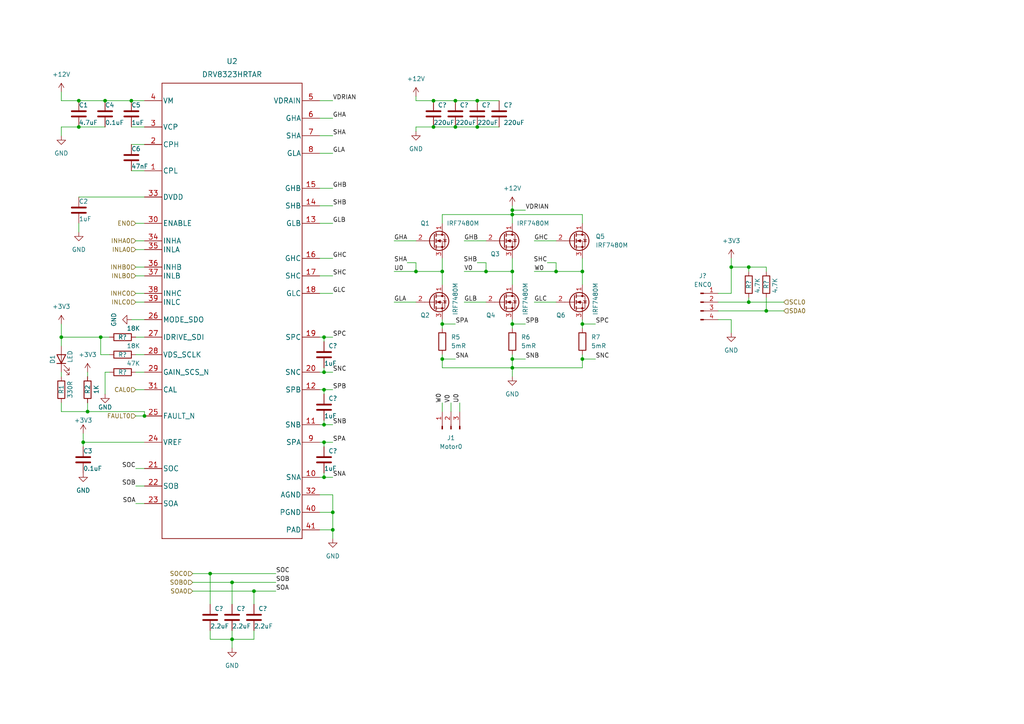
<source format=kicad_sch>
(kicad_sch (version 20211123) (generator eeschema)
  (paper "A4")
  (lib_symbols
    (symbol "Connector:Conn_01x03_Male" (pin_names (offset 1.016) hide)
      (property "Reference" "J" (at 0 5.08 0))
      (property "Value" "Conn_01x03_Male" (at 0 -5.08 0))
      (symbol "Conn_01x03_Male_1_1"
        (polyline (pts (xy 1.27 -2.54) (xy 0.8636 -2.54)) (stroke (width 0.1524)))
        (polyline (pts (xy 1.27 0) (xy 0.8636 0)) (stroke (width 0.1524)))
        (polyline (pts (xy 1.27 2.54) (xy 0.8636 2.54)) (stroke (width 0.1524)))
        (rectangle (start 0.8636 -2.413) (end 0 -2.667) (stroke (width 0.1524)) (fill (type outline)))
        (rectangle (start 0.8636 0.127) (end 0 -0.127) (stroke (width 0.1524)) (fill (type outline)))
        (rectangle (start 0.8636 2.667) (end 0 2.413) (stroke (width 0.1524)) (fill (type outline)))
        (pin passive line (at 5.08 2.54 180) (length 3.81) (name "Pin_1") (number "1"))
        (pin passive line (at 5.08 0 180) (length 3.81) (name "Pin_2") (number "2"))
        (pin passive line (at 5.08 -2.54 180) (length 3.81) (name "Pin_3") (number "3"))
      )
    )
    (symbol "Connector:Conn_01x04_Male" (pin_names (offset 1.016) hide)
      (property "Reference" "J" (at 0 5.08 0))
      (property "Value" "Conn_01x04_Male" (at 0 -7.62 0))
      (symbol "Conn_01x04_Male_1_1"
        (polyline (pts (xy 1.27 -5.08) (xy 0.8636 -5.08)) (stroke (width 0.1524)))
        (polyline (pts (xy 1.27 -2.54) (xy 0.8636 -2.54)) (stroke (width 0.1524)))
        (polyline (pts (xy 1.27 0) (xy 0.8636 0)) (stroke (width 0.1524)))
        (polyline (pts (xy 1.27 2.54) (xy 0.8636 2.54)) (stroke (width 0.1524)))
        (rectangle (start 0.8636 -4.953) (end 0 -5.207) (stroke (width 0.1524)) (fill (type outline)))
        (rectangle (start 0.8636 -2.413) (end 0 -2.667) (stroke (width 0.1524)) (fill (type outline)))
        (rectangle (start 0.8636 0.127) (end 0 -0.127) (stroke (width 0.1524)) (fill (type outline)))
        (rectangle (start 0.8636 2.667) (end 0 2.413) (stroke (width 0.1524)) (fill (type outline)))
        (pin passive line (at 5.08 2.54 180) (length 3.81) (name "Pin_1") (number "1"))
        (pin passive line (at 5.08 0 180) (length 3.81) (name "Pin_2") (number "2"))
        (pin passive line (at 5.08 -2.54 180) (length 3.81) (name "Pin_3") (number "3"))
        (pin passive line (at 5.08 -5.08 180) (length 3.81) (name "Pin_4") (number "4"))
      )
    )
    (symbol "Device:C" (pin_numbers hide) (pin_names (offset 0.254))
      (property "Reference" "C" (at 0.635 2.54 0))
      (property "Value" "C" (at 0.635 -2.54 0))
      (symbol "C_0_1"
        (polyline (pts (xy -2.032 -0.762) (xy 2.032 -0.762)) (stroke (width 0.508)))
        (polyline (pts (xy -2.032 0.762) (xy 2.032 0.762)) (stroke (width 0.508)))
      )
      (symbol "C_1_1"
        (pin passive line (at 0 3.81 270) (length 2.794) (name "~") (number "1"))
        (pin passive line (at 0 -3.81 90) (length 2.794) (name "~") (number "2"))
      )
    )
    (symbol "Device:LED" (pin_numbers hide) (pin_names (offset 1.016) hide)
      (property "Reference" "D" (at 0 2.54 0))
      (property "Value" "LED" (at 0 -2.54 0))
      (symbol "LED_0_1"
        (polyline (pts (xy -1.27 -1.27) (xy -1.27 1.27)) (stroke (width 0.254)))
        (polyline (pts (xy -1.27 0) (xy 1.27 0)))
        (polyline (pts (xy 1.27 -1.27) (xy 1.27 1.27) (xy -1.27 0) (xy 1.27 -1.27)) (stroke (width 0.254)))
        (polyline (pts (xy -3.048 -0.762) (xy -4.572 -2.286) (xy -3.81 -2.286) (xy -4.572 -2.286) (xy -4.572 -1.524)))
        (polyline (pts (xy -1.778 -0.762) (xy -3.302 -2.286) (xy -2.54 -2.286) (xy -3.302 -2.286) (xy -3.302 -1.524)))
      )
      (symbol "LED_1_1"
        (pin passive line (at -3.81 0 0) (length 2.54) (name "K") (number "1"))
        (pin passive line (at 3.81 0 180) (length 2.54) (name "A") (number "2"))
      )
    )
    (symbol "Device:R" (pin_numbers hide) (pin_names (offset 0))
      (property "Reference" "R" (at 2.032 0 90))
      (property "Value" "R" (at 0 0 90))
      (symbol "R_0_1"
        (rectangle (start -1.016 -2.54) (end 1.016 2.54) (stroke (width 0.254)))
      )
      (symbol "R_1_1"
        (pin passive line (at 0 3.81 270) (length 1.27) (name "~") (number "1"))
        (pin passive line (at 0 -3.81 90) (length 1.27) (name "~") (number "2"))
      )
    )
    (symbol "Transistor_FET:IRF7480M" (pin_names hide)
      (property "Reference" "Q" (at 5.08 1.905 0))
      (property "Value" "IRF7480M" (at 5.08 0 0))
      (symbol "IRF7480M_0_1"
        (polyline (pts (xy 0.254 0) (xy -2.54 0)))
        (polyline (pts (xy 0.254 1.905) (xy 0.254 -1.905)) (stroke (width 0.254)))
        (polyline (pts (xy 0.762 -1.27) (xy 0.762 -2.286)) (stroke (width 0.254)))
        (polyline (pts (xy 0.762 0.508) (xy 0.762 -0.508)) (stroke (width 0.254)))
        (polyline (pts (xy 0.762 2.286) (xy 0.762 1.27)) (stroke (width 0.254)))
        (polyline (pts (xy 2.54 2.54) (xy 2.54 1.778)))
        (polyline (pts (xy 2.54 -2.54) (xy 2.54 0) (xy 0.762 0)))
        (polyline (pts (xy 0.762 -1.778) (xy 3.302 -1.778) (xy 3.302 1.778) (xy 0.762 1.778)))
        (polyline (pts (xy 1.016 0) (xy 2.032 0.381) (xy 2.032 -0.381) (xy 1.016 0)) (fill (type outline)))
        (polyline (pts (xy 2.794 0.508) (xy 2.921 0.381) (xy 3.683 0.381) (xy 3.81 0.254)))
        (polyline (pts (xy 3.302 0.381) (xy 2.921 -0.254) (xy 3.683 -0.254) (xy 3.302 0.381)))
        (circle (center 1.651 0) (radius 2.794) (stroke (width 0.254)))
        (circle (center 2.54 -1.778) (radius 0.254) (fill (type outline)))
        (circle (center 2.54 1.778) (radius 0.254) (fill (type outline)))
      )
      (symbol "IRF7480M_1_1"
        (pin passive line (at 2.54 5.08 270) (length 2.54) (name "D") (number "1"))
        (pin input line (at -5.08 0 0) (length 2.54) (name "G") (number "2"))
        (pin passive line (at 2.54 -5.08 90) (length 2.54) (name "S") (number "3"))
      )
    )
    (symbol "UserLIB:DRV8323HRTAR" (pin_names (offset 0.254))
      (property "Reference" "U" (at 0 2.54 0))
      (property "Value" "DRV8323HRTAR" (at 0 0 0))
      (symbol "DRV8323HRTAR_1_1"
        (polyline (pts (xy -20.32 -66.04) (xy 20.32 -66.04)) (stroke (width 0.2032)))
        (polyline (pts (xy -20.32 66.04) (xy -20.32 -66.04)) (stroke (width 0.2032)))
        (polyline (pts (xy 20.32 -66.04) (xy 20.32 66.04)) (stroke (width 0.2032)))
        (polyline (pts (xy 20.32 66.04) (xy -20.32 66.04)) (stroke (width 0.2032)))
        (pin unspecified line (at -25.4 40.64 0) (length 5.08) (name "CPL") (number "1"))
        (pin input line (at 25.4 -48.26 180) (length 5.08) (name "SNA") (number "10"))
        (pin input line (at 25.4 -33.02 180) (length 5.08) (name "SNB") (number "11"))
        (pin input line (at 25.4 -22.86 180) (length 5.08) (name "SPB") (number "12"))
        (pin output line (at 25.4 25.4 180) (length 5.08) (name "GLB") (number "13"))
        (pin input line (at 25.4 30.48 180) (length 5.08) (name "SHB") (number "14"))
        (pin output line (at 25.4 35.56 180) (length 5.08) (name "GHB") (number "15"))
        (pin output line (at 25.4 15.24 180) (length 5.08) (name "GHC") (number "16"))
        (pin input line (at 25.4 10.16 180) (length 5.08) (name "SHC") (number "17"))
        (pin output line (at 25.4 5.08 180) (length 5.08) (name "GLC") (number "18"))
        (pin input line (at 25.4 -7.62 180) (length 5.08) (name "SPC") (number "19"))
        (pin unspecified line (at -25.4 48.26 0) (length 5.08) (name "CPH") (number "2"))
        (pin input line (at 25.4 -17.78 180) (length 5.08) (name "SNC") (number "20"))
        (pin output line (at -25.4 -45.72 0) (length 5.08) (name "SOC") (number "21"))
        (pin output line (at -25.4 -50.8 0) (length 5.08) (name "SOB") (number "22"))
        (pin output line (at -25.4 -55.88 0) (length 5.08) (name "SOA") (number "23"))
        (pin input line (at -25.4 -38.1 0) (length 5.08) (name "VREF") (number "24"))
        (pin open_collector line (at -25.4 -30.48 0) (length 5.08) (name "FAULT_N") (number "25"))
        (pin unspecified line (at -25.4 -2.54 0) (length 5.08) (name "MODE_SDO") (number "26"))
        (pin input line (at -25.4 -7.62 0) (length 5.08) (name "IDRIVE_SDI") (number "27"))
        (pin input line (at -25.4 -12.7 0) (length 5.08) (name "VDS_SCLK") (number "28"))
        (pin input line (at -25.4 -17.78 0) (length 5.08) (name "GAIN_SCS_N") (number "29"))
        (pin power_in line (at -25.4 53.34 0) (length 5.08) (name "VCP") (number "3"))
        (pin input line (at -25.4 25.4 0) (length 5.08) (name "ENABLE") (number "30"))
        (pin input line (at -25.4 -22.86 0) (length 5.08) (name "CAL") (number "31"))
        (pin power_in line (at 25.4 -53.34 180) (length 5.08) (name "AGND") (number "32"))
        (pin power_in line (at -25.4 33.02 0) (length 5.08) (name "DVDD") (number "33"))
        (pin input line (at -25.4 20.32 0) (length 5.08) (name "INHA") (number "34"))
        (pin input line (at -25.4 17.78 0) (length 5.08) (name "INLA") (number "35"))
        (pin input line (at -25.4 12.7 0) (length 5.08) (name "INHB") (number "36"))
        (pin input line (at -25.4 10.16 0) (length 5.08) (name "INLB") (number "37"))
        (pin input line (at -25.4 5.08 0) (length 5.08) (name "INHC") (number "38"))
        (pin input line (at -25.4 2.54 0) (length 5.08) (name "INLC") (number "39"))
        (pin power_in line (at -25.4 60.96 0) (length 5.08) (name "VM") (number "4"))
        (pin power_in line (at 25.4 -58.42 180) (length 5.08) (name "PGND") (number "40"))
        (pin power_in line (at 25.4 -63.5 180) (length 5.08) (name "PAD") (number "41"))
        (pin input line (at 25.4 60.96 180) (length 5.08) (name "VDRAIN") (number "5"))
        (pin output line (at 25.4 55.88 180) (length 5.08) (name "GHA") (number "6"))
        (pin input line (at 25.4 50.8 180) (length 5.08) (name "SHA") (number "7"))
        (pin output line (at 25.4 45.72 180) (length 5.08) (name "GLA") (number "8"))
        (pin input line (at 25.4 -38.1 180) (length 5.08) (name "SPA") (number "9"))
      )
    )
    (symbol "power:+12V" (power) (pin_names (offset 0))
      (property "Value" "+12V" (at 0 3.556 0))
      (symbol "+12V_0_1"
        (polyline (pts (xy -0.762 1.27) (xy 0 2.54)))
        (polyline (pts (xy 0 0) (xy 0 2.54)))
        (polyline (pts (xy 0 2.54) (xy 0.762 1.27)))
      )
      (symbol "+12V_1_1"
        (pin power_in line (at 0 0 90) (length 0) hide (name "+12V") (number "1"))
      )
    )
    (symbol "power:+3.3V" (power) (pin_names (offset 0))
      (property "Value" "+3.3V" (at 0 3.556 0))
      (symbol "+3.3V_0_1"
        (polyline (pts (xy -0.762 1.27) (xy 0 2.54)))
        (polyline (pts (xy 0 0) (xy 0 2.54)))
        (polyline (pts (xy 0 2.54) (xy 0.762 1.27)))
      )
      (symbol "+3.3V_1_1"
        (pin power_in line (at 0 0 90) (length 0) hide (name "+3V3") (number "1"))
      )
    )
    (symbol "power:GND" (power) (pin_names (offset 0))
      (property "Value" "GND" (at 0 -3.81 0))
      (symbol "GND_0_1"
        (polyline (pts (xy 0 0) (xy 0 -1.27) (xy 1.27 -1.27) (xy 0 -2.54) (xy -1.27 -1.27) (xy 0 -1.27)))
      )
      (symbol "GND_1_1"
        (pin power_in line (at 0 0 270) (length 0) hide (name "GND") (number "1"))
      )
    )
  )
  (junction (at 132.08 36.83))
  (junction (at 38.1 29.21))
  (junction (at 96.52 153.67))
  (junction (at 168.91 78.74))
  (junction (at 30.48 29.21))
  (junction (at 161.29 78.74))
  (junction (at 217.17 87.63))
  (junction (at 93.98 128.27))
  (junction (at 148.59 60.96))
  (junction (at 222.25 90.17))
  (junction (at 93.98 113.03))
  (junction (at 24.13 128.27))
  (junction (at 93.98 123.19))
  (junction (at 125.73 29.21))
  (junction (at 73.66 171.45))
  (junction (at 138.43 36.83))
  (junction (at 132.08 29.21))
  (junction (at 29.21 97.79))
  (junction (at 60.96 166.37))
  (junction (at 140.97 78.74))
  (junction (at 128.27 78.74))
  (junction (at 217.17 77.47))
  (junction (at 17.78 97.79))
  (junction (at 25.4 119.38))
  (junction (at 128.27 104.14))
  (junction (at 22.86 29.21))
  (junction (at 168.91 104.14))
  (junction (at 22.86 36.83))
  (junction (at 125.73 36.83))
  (junction (at 93.98 138.43))
  (junction (at 93.98 107.95))
  (junction (at 67.31 168.91))
  (junction (at 148.59 106.68))
  (junction (at 128.27 93.98))
  (junction (at 120.65 78.74))
  (junction (at 67.31 185.42))
  (junction (at 148.59 78.74))
  (junction (at 148.59 93.98))
  (junction (at 212.09 77.47))
  (junction (at 148.59 104.14))
  (junction (at 148.59 62.23))
  (junction (at 93.98 97.79))
  (junction (at 138.43 29.21))
  (junction (at 41.91 120.65))
  (junction (at 168.91 93.98))
  (junction (at 96.52 148.59))
  (wire (pts (xy 73.66 182.88) (xy 73.66 185.42)))
  (wire (pts (xy 38.1 92.71) (xy 41.91 92.71)))
  (wire (pts (xy 120.65 38.1) (xy 120.65 36.83)))
  (wire (pts (xy 120.65 76.2) (xy 120.65 78.74)))
  (wire (pts (xy 67.31 182.88) (xy 67.31 185.42)))
  (wire (pts (xy 148.59 78.74) (xy 148.59 82.55)))
  (wire (pts (xy 39.37 64.77) (xy 41.91 64.77)))
  (wire (pts (xy 132.08 29.21) (xy 138.43 29.21)))
  (wire (pts (xy 208.28 87.63) (xy 217.17 87.63)))
  (wire (pts (xy 148.59 92.71) (xy 148.59 93.98)))
  (wire (pts (xy 17.78 97.79) (xy 29.21 97.79)))
  (wire (pts (xy 148.59 74.93) (xy 148.59 78.74)))
  (wire (pts (xy 92.71 113.03) (xy 93.98 113.03)))
  (wire (pts (xy 168.91 78.74) (xy 168.91 82.55)))
  (wire (pts (xy 22.86 64.77) (xy 22.86 67.31)))
  (wire (pts (xy 148.59 102.87) (xy 148.59 104.14)))
  (wire (pts (xy 217.17 78.74) (xy 217.17 77.47)))
  (wire (pts (xy 22.86 36.83) (xy 17.78 36.83)))
  (wire (pts (xy 39.37 113.03) (xy 41.91 113.03)))
  (wire (pts (xy 93.98 106.68) (xy 93.98 107.95)))
  (wire (pts (xy 208.28 92.71) (xy 212.09 92.71)))
  (wire (pts (xy 114.3 78.74) (xy 120.65 78.74)))
  (wire (pts (xy 161.29 78.74) (xy 168.91 78.74)))
  (wire (pts (xy 125.73 36.83) (xy 132.08 36.83)))
  (wire (pts (xy 38.1 36.83) (xy 41.91 36.83)))
  (wire (pts (xy 41.91 119.38) (xy 41.91 120.65)))
  (wire (pts (xy 148.59 60.96) (xy 148.59 62.23)))
  (wire (pts (xy 92.71 123.19) (xy 93.98 123.19)))
  (wire (pts (xy 25.4 107.95) (xy 25.4 109.22)))
  (wire (pts (xy 92.71 54.61) (xy 96.52 54.61)))
  (wire (pts (xy 140.97 78.74) (xy 148.59 78.74)))
  (wire (pts (xy 128.27 104.14) (xy 132.08 104.14)))
  (wire (pts (xy 212.09 74.93) (xy 212.09 77.47)))
  (wire (pts (xy 148.59 62.23) (xy 148.59 64.77)))
  (wire (pts (xy 30.48 107.95) (xy 30.48 114.3)))
  (wire (pts (xy 128.27 62.23) (xy 148.59 62.23)))
  (wire (pts (xy 222.25 77.47) (xy 217.17 77.47)))
  (wire (pts (xy 60.96 166.37) (xy 80.01 166.37)))
  (wire (pts (xy 128.27 104.14) (xy 128.27 106.68)))
  (wire (pts (xy 92.71 148.59) (xy 96.52 148.59)))
  (wire (pts (xy 17.78 107.95) (xy 17.78 109.22)))
  (wire (pts (xy 134.62 87.63) (xy 140.97 87.63)))
  (wire (pts (xy 154.94 69.85) (xy 161.29 69.85)))
  (wire (pts (xy 114.3 69.85) (xy 120.65 69.85)))
  (wire (pts (xy 93.98 128.27) (xy 96.52 128.27)))
  (wire (pts (xy 92.71 74.93) (xy 96.52 74.93)))
  (wire (pts (xy 92.71 97.79) (xy 93.98 97.79)))
  (wire (pts (xy 39.37 72.39) (xy 41.91 72.39)))
  (wire (pts (xy 17.78 36.83) (xy 17.78 39.37)))
  (wire (pts (xy 96.52 148.59) (xy 96.52 153.67)))
  (wire (pts (xy 161.29 76.2) (xy 161.29 78.74)))
  (wire (pts (xy 93.98 128.27) (xy 93.98 129.54)))
  (wire (pts (xy 158.75 76.2) (xy 161.29 76.2)))
  (wire (pts (xy 93.98 121.92) (xy 93.98 123.19)))
  (wire (pts (xy 39.37 146.05) (xy 41.91 146.05)))
  (wire (pts (xy 148.59 62.23) (xy 168.91 62.23)))
  (wire (pts (xy 17.78 116.84) (xy 17.78 119.38)))
  (wire (pts (xy 128.27 92.71) (xy 128.27 93.98)))
  (wire (pts (xy 120.65 29.21) (xy 125.73 29.21)))
  (wire (pts (xy 25.4 119.38) (xy 41.91 119.38)))
  (wire (pts (xy 92.71 59.69) (xy 96.52 59.69)))
  (wire (pts (xy 17.78 29.21) (xy 22.86 29.21)))
  (wire (pts (xy 92.71 138.43) (xy 93.98 138.43)))
  (wire (pts (xy 212.09 92.71) (xy 212.09 96.52)))
  (wire (pts (xy 38.1 49.53) (xy 41.91 49.53)))
  (wire (pts (xy 130.81 116.84) (xy 130.81 119.38)))
  (wire (pts (xy 134.62 78.74) (xy 140.97 78.74)))
  (wire (pts (xy 128.27 93.98) (xy 128.27 95.25)))
  (wire (pts (xy 96.52 143.51) (xy 96.52 148.59)))
  (wire (pts (xy 60.96 166.37) (xy 60.96 175.26)))
  (wire (pts (xy 168.91 104.14) (xy 172.72 104.14)))
  (wire (pts (xy 39.37 77.47) (xy 41.91 77.47)))
  (wire (pts (xy 148.59 104.14) (xy 152.4 104.14)))
  (wire (pts (xy 22.86 36.83) (xy 30.48 36.83)))
  (wire (pts (xy 29.21 97.79) (xy 31.75 97.79)))
  (wire (pts (xy 132.08 36.83) (xy 138.43 36.83)))
  (wire (pts (xy 133.35 116.84) (xy 133.35 119.38)))
  (wire (pts (xy 168.91 74.93) (xy 168.91 78.74)))
  (wire (pts (xy 93.98 97.79) (xy 96.52 97.79)))
  (wire (pts (xy 93.98 137.16) (xy 93.98 138.43)))
  (wire (pts (xy 93.98 138.43) (xy 96.52 138.43)))
  (wire (pts (xy 67.31 185.42) (xy 67.31 187.96)))
  (wire (pts (xy 128.27 64.77) (xy 128.27 62.23)))
  (wire (pts (xy 93.98 97.79) (xy 93.98 99.06)))
  (wire (pts (xy 168.91 104.14) (xy 168.91 106.68)))
  (wire (pts (xy 67.31 185.42) (xy 60.96 185.42)))
  (wire (pts (xy 217.17 87.63) (xy 227.33 87.63)))
  (wire (pts (xy 140.97 76.2) (xy 140.97 78.74)))
  (wire (pts (xy 39.37 140.97) (xy 41.91 140.97)))
  (wire (pts (xy 55.88 166.37) (xy 60.96 166.37)))
  (wire (pts (xy 128.27 106.68) (xy 148.59 106.68)))
  (wire (pts (xy 148.59 93.98) (xy 152.4 93.98)))
  (wire (pts (xy 148.59 93.98) (xy 148.59 95.25)))
  (wire (pts (xy 125.73 29.21) (xy 132.08 29.21)))
  (wire (pts (xy 92.71 107.95) (xy 93.98 107.95)))
  (wire (pts (xy 38.1 29.21) (xy 41.91 29.21)))
  (wire (pts (xy 120.65 27.94) (xy 120.65 29.21)))
  (wire (pts (xy 208.28 90.17) (xy 222.25 90.17)))
  (wire (pts (xy 93.98 113.03) (xy 93.98 114.3)))
  (wire (pts (xy 138.43 29.21) (xy 144.78 29.21)))
  (wire (pts (xy 17.78 26.67) (xy 17.78 29.21)))
  (wire (pts (xy 39.37 69.85) (xy 41.91 69.85)))
  (wire (pts (xy 148.59 106.68) (xy 148.59 109.22)))
  (wire (pts (xy 17.78 119.38) (xy 25.4 119.38)))
  (wire (pts (xy 24.13 128.27) (xy 24.13 129.54)))
  (wire (pts (xy 39.37 85.09) (xy 41.91 85.09)))
  (wire (pts (xy 128.27 93.98) (xy 132.08 93.98)))
  (wire (pts (xy 92.71 64.77) (xy 96.52 64.77)))
  (wire (pts (xy 92.71 29.21) (xy 96.52 29.21)))
  (wire (pts (xy 39.37 135.89) (xy 41.91 135.89)))
  (wire (pts (xy 128.27 74.93) (xy 128.27 78.74)))
  (wire (pts (xy 92.71 34.29) (xy 96.52 34.29)))
  (wire (pts (xy 118.11 76.2) (xy 120.65 76.2)))
  (wire (pts (xy 17.78 97.79) (xy 17.78 100.33)))
  (wire (pts (xy 31.75 102.87) (xy 29.21 102.87)))
  (wire (pts (xy 92.71 128.27) (xy 93.98 128.27)))
  (wire (pts (xy 168.91 93.98) (xy 172.72 93.98)))
  (wire (pts (xy 55.88 168.91) (xy 67.31 168.91)))
  (wire (pts (xy 93.98 107.95) (xy 96.52 107.95)))
  (wire (pts (xy 128.27 102.87) (xy 128.27 104.14)))
  (wire (pts (xy 31.75 107.95) (xy 30.48 107.95)))
  (wire (pts (xy 212.09 77.47) (xy 212.09 85.09)))
  (wire (pts (xy 92.71 143.51) (xy 96.52 143.51)))
  (wire (pts (xy 22.86 57.15) (xy 41.91 57.15)))
  (wire (pts (xy 138.43 76.2) (xy 140.97 76.2)))
  (wire (pts (xy 148.59 104.14) (xy 148.59 106.68)))
  (wire (pts (xy 128.27 116.84) (xy 128.27 119.38)))
  (wire (pts (xy 154.94 87.63) (xy 161.29 87.63)))
  (wire (pts (xy 73.66 171.45) (xy 73.66 175.26)))
  (wire (pts (xy 138.43 36.83) (xy 144.78 36.83)))
  (wire (pts (xy 92.71 153.67) (xy 96.52 153.67)))
  (wire (pts (xy 67.31 168.91) (xy 67.31 175.26)))
  (wire (pts (xy 93.98 113.03) (xy 96.52 113.03)))
  (wire (pts (xy 17.78 93.98) (xy 17.78 97.79)))
  (wire (pts (xy 168.91 102.87) (xy 168.91 104.14)))
  (wire (pts (xy 24.13 125.73) (xy 24.13 128.27)))
  (wire (pts (xy 222.25 78.74) (xy 222.25 77.47)))
  (wire (pts (xy 96.52 153.67) (xy 96.52 156.21)))
  (wire (pts (xy 148.59 60.96) (xy 152.4 60.96)))
  (wire (pts (xy 92.71 80.01) (xy 96.52 80.01)))
  (wire (pts (xy 93.98 123.19) (xy 96.52 123.19)))
  (wire (pts (xy 154.94 78.74) (xy 161.29 78.74)))
  (wire (pts (xy 73.66 171.45) (xy 80.01 171.45)))
  (wire (pts (xy 212.09 77.47) (xy 217.17 77.47)))
  (wire (pts (xy 38.1 41.91) (xy 41.91 41.91)))
  (wire (pts (xy 168.91 92.71) (xy 168.91 93.98)))
  (wire (pts (xy 39.37 97.79) (xy 41.91 97.79)))
  (wire (pts (xy 39.37 120.65) (xy 41.91 120.65)))
  (wire (pts (xy 30.48 29.21) (xy 38.1 29.21)))
  (wire (pts (xy 222.25 86.36) (xy 222.25 90.17)))
  (wire (pts (xy 114.3 87.63) (xy 120.65 87.63)))
  (wire (pts (xy 120.65 78.74) (xy 128.27 78.74)))
  (wire (pts (xy 39.37 80.01) (xy 41.91 80.01)))
  (wire (pts (xy 22.86 29.21) (xy 30.48 29.21)))
  (wire (pts (xy 222.25 90.17) (xy 227.33 90.17)))
  (wire (pts (xy 134.62 69.85) (xy 140.97 69.85)))
  (wire (pts (xy 148.59 59.69) (xy 148.59 60.96)))
  (wire (pts (xy 148.59 106.68) (xy 168.91 106.68)))
  (wire (pts (xy 120.65 36.83) (xy 125.73 36.83)))
  (wire (pts (xy 217.17 86.36) (xy 217.17 87.63)))
  (wire (pts (xy 41.91 128.27) (xy 24.13 128.27)))
  (wire (pts (xy 208.28 85.09) (xy 212.09 85.09)))
  (wire (pts (xy 41.91 107.95) (xy 39.37 107.95)))
  (wire (pts (xy 29.21 97.79) (xy 29.21 102.87)))
  (wire (pts (xy 128.27 78.74) (xy 128.27 82.55)))
  (wire (pts (xy 25.4 116.84) (xy 25.4 119.38)))
  (wire (pts (xy 55.88 171.45) (xy 73.66 171.45)))
  (wire (pts (xy 92.71 39.37) (xy 96.52 39.37)))
  (wire (pts (xy 168.91 62.23) (xy 168.91 64.77)))
  (wire (pts (xy 168.91 93.98) (xy 168.91 95.25)))
  (wire (pts (xy 67.31 168.91) (xy 80.01 168.91)))
  (wire (pts (xy 92.71 44.45) (xy 96.52 44.45)))
  (wire (pts (xy 92.71 85.09) (xy 96.52 85.09)))
  (wire (pts (xy 41.91 102.87) (xy 39.37 102.87)))
  (wire (pts (xy 39.37 87.63) (xy 41.91 87.63)))
  (wire (pts (xy 60.96 182.88) (xy 60.96 185.42)))
  (wire (pts (xy 73.66 185.42) (xy 67.31 185.42)))
  (label "GLC" (at 96.52 85.09 0))
  (label "U0" (at 114.3 78.74 0))
  (label "SPC" (at 172.72 93.98 0))
  (label "GLA" (at 96.52 44.45 0))
  (label "SNA" (at 96.52 138.43 0))
  (label "SHC" (at 96.52 80.01 0))
  (label "SOC" (at 39.37 135.89 180))
  (label "W0" (at 154.94 78.74 0))
  (label "SPA" (at 96.52 128.27 0))
  (label "SPB" (at 96.52 113.03 0))
  (label "GHB" (at 96.52 54.61 0))
  (label "SOB" (at 80.01 168.91 0))
  (label "V0" (at 134.62 78.74 0))
  (label "SOC" (at 80.01 166.37 0))
  (label "SHB" (at 138.43 76.2 180))
  (label "VDRIAN" (at 96.52 29.21 0))
  (label "GLB" (at 134.62 87.63 0))
  (label "SOA" (at 80.01 171.45 0))
  (label "GHB" (at 134.62 69.85 0))
  (label "GLA" (at 114.3 87.63 0))
  (label "GHA" (at 96.52 34.29 0))
  (label "SPC" (at 96.52 97.79 0))
  (label "SHA" (at 96.52 39.37 0))
  (label "VDRIAN" (at 152.4 60.96 0))
  (label "GHA" (at 114.3 69.85 0))
  (label "SNC" (at 96.52 107.95 0))
  (label "GHC" (at 96.52 74.93 0))
  (label "SOA" (at 39.37 146.05 180))
  (label "GLC" (at 154.94 87.63 0))
  (label "SPB" (at 152.4 93.98 0))
  (label "SPA" (at 132.08 93.98 0))
  (label "V0" (at 130.81 116.84 90))
  (label "SHB" (at 96.52 59.69 0))
  (label "U0" (at 133.35 116.84 90))
  (label "GHC" (at 154.94 69.85 0))
  (label "W0" (at 128.27 116.84 90))
  (label "SNB" (at 96.52 123.19 0))
  (label "SNC" (at 172.72 104.14 0))
  (label "SHA" (at 118.11 76.2 180))
  (label "GLB" (at 96.52 64.77 0))
  (label "SOB" (at 39.37 140.97 180))
  (label "SNA" (at 132.08 104.14 0))
  (label "SHC" (at 158.75 76.2 180))
  (label "SNB" (at 152.4 104.14 0))
  (hierarchical_label "INHC0" (shape input) (at 39.37 85.09 180))
  (hierarchical_label "INLA0" (shape input) (at 39.37 72.39 180))
  (hierarchical_label "INLC0" (shape input) (at 39.37 87.63 180))
  (hierarchical_label "CAL0" (shape input) (at 39.37 113.03 180))
  (hierarchical_label "INLB0" (shape input) (at 39.37 80.01 180))
  (hierarchical_label "FAULT0" (shape input) (at 39.37 120.65 180))
  (hierarchical_label "SOC0" (shape input) (at 55.88 166.37 180))
  (hierarchical_label "SCL0" (shape input) (at 227.33 87.63 0))
  (hierarchical_label "INHB0" (shape input) (at 39.37 77.47 180))
  (hierarchical_label "EN0" (shape input) (at 39.37 64.77 180))
  (hierarchical_label "INHA0" (shape input) (at 39.37 69.85 180))
  (hierarchical_label "SDA0" (shape input) (at 227.33 90.17 0))
  (hierarchical_label "SOB0" (shape input) (at 55.88 168.91 180))
  (hierarchical_label "SOA0" (shape input) (at 55.88 171.45 180))
  (symbol (lib_id "power:GND") (at 24.13 137.16 0) (unit 1)
    (property "Reference" "#PWR06" (effects hide))
    (property "Value" "GND" (at 24.13 142.24 0))
  )
  (symbol (lib_id "Device:C") (at 138.43 33.02 0) (unit 1)
    (property "Reference" "C?" (at 139.7 30.48 0) (effects (justify left)))
    (property "Value" "220uF" (at 138.43 35.56 0) (effects (justify left)))
  )
  (symbol (lib_id "Device:R") (at 148.59 99.06 0) (unit 1)
    (property "Reference" "R6" (at 151.13 97.7899 0) (effects (justify left)))
    (property "Value" "5mR" (at 151.13 100.3299 0) (effects (justify left)))
    (property "Footprint" "Resistor_SMD:R_2512_6332Metric" (effects hide))
  )
  (symbol (lib_id "power:GND") (at 67.31 187.96 0) (unit 1)
    (property "Reference" "#PWR?" (effects hide))
    (property "Value" "GND" (at 67.31 193.04 0))
  )
  (symbol (lib_id "Connector:Conn_01x03_Male") (at 130.81 124.46 90) (unit 1)
    (property "Reference" "J1" (at 130.81 127 90))
    (property "Value" "Motor0" (at 130.81 129.54 90))
    (property "Footprint" "Connector_AMASS:AMASS_MR30PW-M_1x03_P3.50mm_Horizontal" (effects hide))
  )
  (symbol (lib_id "Transistor_FET:IRF7480M") (at 146.05 69.85 0) (unit 1)
    (property "Reference" "Q3" (at 142.24 73.66 0) (effects (justify left)))
    (property "Value" "IRF7480M" (at 149.86 64.77 0) (effects (justify left)))
    (property "Footprint" "Package_DirectFET:DirectFET_ME" (effects hide))
    (property "Datasheet" "https://www.infineon.com/dgdl/Infineon-IRF7480M-DS-v01_02-EN.pdf?fileId=5546d462533600a4015355ff8fa41c30" (effects hide))
  )
  (symbol (lib_id "Device:C") (at 30.48 33.02 0) (unit 1)
    (property "Reference" "C4" (at 30.48 30.48 0) (effects (justify left)))
    (property "Value" "0.1uF" (at 30.48 35.56 0) (effects (justify left)))
    (property "Footprint" "Capacitor_SMD:C_0402_1005Metric" (effects hide))
  )
  (symbol (lib_id "power:GND") (at 212.09 96.52 0) (unit 1)
    (property "Reference" "#PWR?" (effects hide))
    (property "Value" "GND" (at 212.09 101.6 0))
  )
  (symbol (lib_id "power:+12V") (at 17.78 26.67 0) (unit 1)
    (property "Reference" "#PWR01" (effects hide))
    (property "Value" "+12V" (at 17.78 21.59 0))
  )
  (symbol (lib_id "Device:R") (at 217.17 82.55 0) (unit 1)
    (property "Reference" "R?" (at 217.17 83.82 90) (effects (justify left)))
    (property "Value" "4.7K" (at 219.71 85.09 90) (effects (justify left)))
    (property "Footprint" "Resistor_SMD:R_2512_6332Metric" (effects hide))
  )
  (symbol (lib_id "Connector:Conn_01x04_Male") (at 203.2 87.63 0) (unit 1)
    (property "Reference" "J?" (at 203.835 80.01 0))
    (property "Value" "ENC0" (at 203.835 82.55 0))
  )
  (symbol (lib_id "Device:C") (at 132.08 33.02 0) (unit 1)
    (property "Reference" "C?" (at 133.35 30.48 0) (effects (justify left)))
    (property "Value" "220uF" (at 132.08 35.56 0) (effects (justify left)))
  )
  (symbol (lib_id "Device:R") (at 35.56 102.87 90) (unit 1)
    (property "Reference" "R?" (at 36.83 102.87 90) (effects (justify left)))
    (property "Value" "18K" (at 40.64 100.33 90) (effects (justify left)))
    (property "Footprint" "Resistor_SMD:R_0402_1005Metric" (effects hide))
  )
  (symbol (lib_id "Device:C") (at 24.13 133.35 0) (unit 1)
    (property "Reference" "C3" (at 24.13 130.81 0) (effects (justify left)))
    (property "Value" "0.1uF" (at 24.13 135.89 0) (effects (justify left)))
    (property "Footprint" "Capacitor_SMD:C_0402_1005Metric" (effects hide))
  )
  (symbol (lib_id "power:+3.3V") (at 24.13 125.73 0) (unit 1)
    (property "Reference" "#PWR05" (effects hide))
    (property "Value" "+3.3V" (at 24.13 121.92 0))
  )
  (symbol (lib_id "Transistor_FET:IRF7480M") (at 125.73 69.85 0) (unit 1)
    (property "Reference" "Q1" (at 121.92 64.77 0) (effects (justify left)))
    (property "Value" "IRF7480M" (at 129.54 64.77 0) (effects (justify left)))
    (property "Footprint" "Package_DirectFET:DirectFET_ME" (effects hide))
    (property "Datasheet" "https://www.infineon.com/dgdl/Infineon-IRF7480M-DS-v01_02-EN.pdf?fileId=5546d462533600a4015355ff8fa41c30" (effects hide))
  )
  (symbol (lib_id "power:+3.3V") (at 25.4 107.95 0) (unit 1)
    (property "Reference" "#PWR07" (effects hide))
    (property "Value" "+3.3V" (at 25.4 102.87 0))
  )
  (symbol (lib_id "Transistor_FET:IRF7480M") (at 166.37 69.85 0) (unit 1)
    (property "Reference" "Q5" (at 172.72 68.5799 0) (effects (justify left)))
    (property "Value" "IRF7480M" (at 172.72 71.1199 0) (effects (justify left)))
    (property "Footprint" "Package_DirectFET:DirectFET_ME" (effects hide))
    (property "Datasheet" "https://www.infineon.com/dgdl/Infineon-IRF7480M-DS-v01_02-EN.pdf?fileId=5546d462533600a4015355ff8fa41c30" (effects hide))
  )
  (symbol (lib_id "Device:C") (at 93.98 102.87 0) (unit 1)
    (property "Reference" "C?" (at 95.25 100.33 0) (effects (justify left)))
    (property "Value" "1uF" (at 93.98 105.41 0) (effects (justify left)))
  )
  (symbol (lib_id "Device:R") (at 35.56 107.95 90) (unit 1)
    (property "Reference" "R?" (at 36.83 107.95 90) (effects (justify left)))
    (property "Value" "47K" (at 40.64 105.41 90) (effects (justify left)))
    (property "Footprint" "Resistor_SMD:R_0402_1005Metric" (effects hide))
  )
  (symbol (lib_id "Device:C") (at 73.66 179.07 0) (unit 1)
    (property "Reference" "C?" (at 74.93 176.53 0) (effects (justify left)))
    (property "Value" "2.2uF" (at 73.66 181.61 0) (effects (justify left)))
  )
  (symbol (lib_id "power:GND") (at 22.86 67.31 0) (unit 1)
    (property "Reference" "#PWR04" (effects hide))
    (property "Value" "GND" (at 22.86 72.39 0))
  )
  (symbol (lib_id "Device:C") (at 93.98 133.35 0) (unit 1)
    (property "Reference" "C?" (at 95.25 130.81 0) (effects (justify left)))
    (property "Value" "1uF" (at 93.98 135.89 0) (effects (justify left)))
  )
  (symbol (lib_id "Device:C") (at 125.73 33.02 0) (unit 1)
    (property "Reference" "C?" (at 127 30.48 0) (effects (justify left)))
    (property "Value" "220uF" (at 125.73 35.56 0) (effects (justify left)))
  )
  (symbol (lib_id "power:GND") (at 120.65 38.1 0) (unit 1)
    (property "Reference" "#PWR?" (effects hide))
    (property "Value" "GND" (at 120.65 43.18 0))
  )
  (symbol (lib_id "Device:C") (at 93.98 118.11 0) (unit 1)
    (property "Reference" "C?" (at 95.25 115.57 0) (effects (justify left)))
    (property "Value" "1uF" (at 93.98 120.65 0) (effects (justify left)))
  )
  (symbol (lib_id "Transistor_FET:IRF7480M") (at 146.05 87.63 0) (unit 1)
    (property "Reference" "Q4" (at 140.97 91.44 0) (effects (justify left)))
    (property "Value" "IRF7480M" (at 152.4 91.44 90) (effects (justify left)))
    (property "Footprint" "Package_DirectFET:DirectFET_ME" (effects hide))
    (property "Datasheet" "https://www.infineon.com/dgdl/Infineon-IRF7480M-DS-v01_02-EN.pdf?fileId=5546d462533600a4015355ff8fa41c30" (effects hide))
  )
  (symbol (lib_id "Device:C") (at 22.86 33.02 0) (unit 1)
    (property "Reference" "C1" (at 22.86 30.48 0) (effects (justify left)))
    (property "Value" "4.7uF" (at 22.86 35.56 0) (effects (justify left)))
    (property "Footprint" "Capacitor_SMD:C_0402_1005Metric" (effects hide))
  )
  (symbol (lib_id "power:GND") (at 30.48 114.3 0) (unit 1)
    (property "Reference" "#PWR?" (effects hide))
    (property "Value" "GND" (at 30.48 118.11 0))
  )
  (symbol (lib_id "power:GND") (at 38.1 92.71 270) (unit 1)
    (property "Reference" "#PWR?" (effects hide))
    (property "Value" "GND" (at 33.02 92.71 0))
  )
  (symbol (lib_id "power:GND") (at 17.78 39.37 0) (unit 1)
    (property "Reference" "#PWR02" (effects hide))
    (property "Value" "GND" (at 17.78 44.45 0))
  )
  (symbol (lib_id "Device:R") (at 35.56 97.79 90) (unit 1)
    (property "Reference" "R?" (at 36.83 97.79 90) (effects (justify left)))
    (property "Value" "18K" (at 40.64 95.25 90) (effects (justify left)))
    (property "Footprint" "Resistor_SMD:R_0402_1005Metric" (effects hide))
  )
  (symbol (lib_id "UserLIB:DRV8323HRTAR") (at 67.31 90.17 0) (unit 1)
    (property "Reference" "U2" (at 67.31 17.78 0) (effects (font (size 1.524 1.524))))
    (property "Value" "DRV8323HRTAR" (at 67.31 21.59 0) (effects (font (size 1.524 1.524))))
    (property "Footprint" "Userlib:DRV8323HRTAR" (effects hide))
  )
  (symbol (lib_id "Device:LED") (at 17.78 104.14 90) (unit 1)
    (property "Reference" "D1" (at 15.24 102.87 0) (effects (justify right)))
    (property "Value" "LED" (at 20.32 101.6 0) (effects (justify right)))
    (property "Footprint" "LED_SMD:LED_0603_1608Metric" (effects hide))
  )
  (symbol (lib_id "power:+12V") (at 148.59 59.69 0) (unit 1)
    (property "Reference" "#PWR09" (effects hide))
    (property "Value" "+12V" (at 148.59 54.61 0))
  )
  (symbol (lib_id "power:+12V") (at 120.65 27.94 0) (unit 1)
    (property "Reference" "#PWR?" (effects hide))
    (property "Value" "+12V" (at 120.65 22.86 0))
  )
  (symbol (lib_id "power:+3.3V") (at 17.78 93.98 0) (unit 1)
    (property "Reference" "#PWR03" (effects hide))
    (property "Value" "+3.3V" (at 17.78 88.9 0))
  )
  (symbol (lib_id "Device:R") (at 25.4 113.03 0) (unit 1)
    (property "Reference" "R2" (at 25.4 114.3 90) (effects (justify left)))
    (property "Value" "1K" (at 27.94 114.3 90) (effects (justify left)))
    (property "Footprint" "Resistor_SMD:R_0402_1005Metric" (effects hide))
  )
  (symbol (lib_id "power:+3.3V") (at 212.09 74.93 0) (unit 1)
    (property "Reference" "#PWR?" (effects hide))
    (property "Value" "+3.3V" (at 212.09 69.85 0))
  )
  (symbol (lib_id "Device:R") (at 17.78 113.03 0) (unit 1)
    (property "Reference" "R1" (at 17.78 114.3 90) (effects (justify left)))
    (property "Value" "330R" (at 20.32 115.57 90) (effects (justify left)))
    (property "Footprint" "Resistor_SMD:R_0402_1005Metric" (effects hide))
  )
  (symbol (lib_id "Device:R") (at 128.27 99.06 0) (unit 1)
    (property "Reference" "R5" (at 130.81 97.7899 0) (effects (justify left)))
    (property "Value" "5mR" (at 130.81 100.3299 0) (effects (justify left)))
    (property "Footprint" "Resistor_SMD:R_2512_6332Metric" (effects hide))
  )
  (symbol (lib_id "Device:R") (at 222.25 82.55 0) (unit 1)
    (property "Reference" "R?" (at 222.25 83.82 90) (effects (justify left)))
    (property "Value" "4.7K" (at 224.79 85.09 90) (effects (justify left)))
    (property "Footprint" "Resistor_SMD:R_2512_6332Metric" (effects hide))
  )
  (symbol (lib_id "power:GND") (at 148.59 109.22 0) (unit 1)
    (property "Reference" "#PWR019" (effects hide))
    (property "Value" "GND" (at 148.59 114.3 0))
  )
  (symbol (lib_id "Device:C") (at 38.1 45.72 0) (unit 1)
    (property "Reference" "C6" (at 38.1 43.18 0) (effects (justify left)))
    (property "Value" "47nF" (at 38.1 48.26 0) (effects (justify left)))
    (property "Footprint" "Capacitor_SMD:C_0402_1005Metric" (effects hide))
  )
  (symbol (lib_id "power:GND") (at 96.52 156.21 0) (unit 1)
    (property "Reference" "#PWR08" (effects hide))
    (property "Value" "GND" (at 96.52 161.29 0))
  )
  (symbol (lib_id "Device:C") (at 60.96 179.07 0) (unit 1)
    (property "Reference" "C?" (at 62.23 176.53 0) (effects (justify left)))
    (property "Value" "2.2uF" (at 60.96 181.61 0) (effects (justify left)))
  )
  (symbol (lib_id "Device:C") (at 38.1 33.02 0) (unit 1)
    (property "Reference" "C5" (at 38.1 30.48 0) (effects (justify left)))
    (property "Value" "1uF" (at 38.1 35.56 0) (effects (justify left)))
    (property "Footprint" "Capacitor_SMD:C_0402_1005Metric" (effects hide))
  )
  (symbol (lib_id "Device:C") (at 144.78 33.02 0) (unit 1)
    (property "Reference" "C?" (at 146.05 30.48 0) (effects (justify left)))
    (property "Value" "220uF" (at 146.05 35.56 0) (effects (justify left)))
  )
  (symbol (lib_id "Device:C") (at 22.86 60.96 0) (unit 1)
    (property "Reference" "C2" (at 22.86 58.42 0) (effects (justify left)))
    (property "Value" "1uF" (at 22.86 63.5 0) (effects (justify left)))
    (property "Footprint" "Capacitor_SMD:C_0402_1005Metric" (effects hide))
  )
  (symbol (lib_id "Transistor_FET:IRF7480M") (at 166.37 87.63 0) (unit 1)
    (property "Reference" "Q6" (at 161.29 91.44 0) (effects (justify left)))
    (property "Value" "IRF7480M" (at 172.72 91.44 90) (effects (justify left)))
    (property "Footprint" "Package_DirectFET:DirectFET_ME" (effects hide))
    (property "Datasheet" "https://www.infineon.com/dgdl/Infineon-IRF7480M-DS-v01_02-EN.pdf?fileId=5546d462533600a4015355ff8fa41c30" (effects hide))
  )
  (symbol (lib_id "Transistor_FET:IRF7480M") (at 125.73 87.63 0) (unit 1)
    (property "Reference" "Q2" (at 121.92 91.44 0) (effects (justify left)))
    (property "Value" "IRF7480M" (at 132.08 91.44 90) (effects (justify left)))
    (property "Footprint" "Package_DirectFET:DirectFET_ME" (effects hide))
    (property "Datasheet" "https://www.infineon.com/dgdl/Infineon-IRF7480M-DS-v01_02-EN.pdf?fileId=5546d462533600a4015355ff8fa41c30" (effects hide))
  )
  (symbol (lib_id "Device:C") (at 67.31 179.07 0) (unit 1)
    (property "Reference" "C?" (at 68.58 176.53 0) (effects (justify left)))
    (property "Value" "2.2uF" (at 67.31 181.61 0) (effects (justify left)))
  )
  (symbol (lib_id "Device:R") (at 168.91 99.06 0) (unit 1)
    (property "Reference" "R7" (at 171.45 97.7899 0) (effects (justify left)))
    (property "Value" "5mR" (at 171.45 100.3299 0) (effects (justify left)))
    (property "Footprint" "Resistor_SMD:R_2512_6332Metric" (effects hide))
  )
)
</source>
